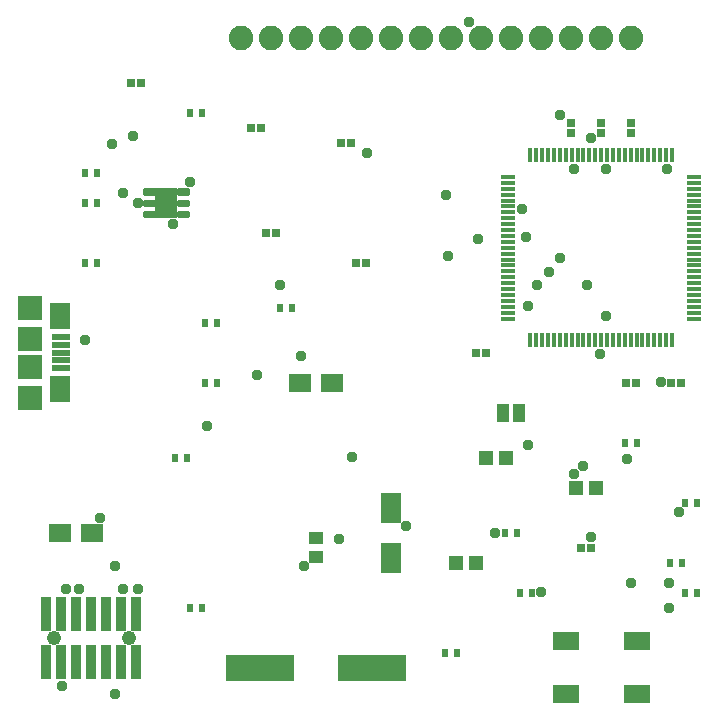
<source format=gbr>
G04 EAGLE Gerber RS-274X export*
G75*
%MOMM*%
%FSLAX34Y34*%
%LPD*%
%INSoldermask Top*%
%IPPOS*%
%AMOC8*
5,1,8,0,0,1.08239X$1,22.5*%
G01*
%ADD10R,1.303200X1.203200*%
%ADD11R,0.553200X0.803200*%
%ADD12R,1.903200X1.503200*%
%ADD13R,0.703200X0.803200*%
%ADD14R,1.203200X1.103200*%
%ADD15R,1.553200X0.603200*%
%ADD16R,1.803200X2.303200*%
%ADD17R,2.103200X2.003200*%
%ADD18R,2.103200X2.103200*%
%ADD19R,0.943200X2.993200*%
%ADD20C,1.223200*%
%ADD21C,2.082800*%
%ADD22R,0.743200X0.803200*%
%ADD23R,0.803200X0.743200*%
%ADD24R,0.763200X0.803200*%
%ADD25R,2.303200X1.603200*%
%ADD26R,1.753200X2.603200*%
%ADD27R,1.300000X0.350000*%
%ADD28R,0.350000X1.300000*%
%ADD29C,0.404144*%
%ADD30R,1.828200X2.568200*%
%ADD31R,5.803200X2.303200*%
%ADD32R,1.003200X1.503200*%
%ADD33C,0.959600*%


D10*
X410600Y241300D03*
X427600Y241300D03*
D11*
X566250Y152400D03*
X576750Y152400D03*
X172550Y304800D03*
X183050Y304800D03*
X375750Y76200D03*
X386250Y76200D03*
X578950Y203200D03*
X589450Y203200D03*
X172550Y355600D03*
X183050Y355600D03*
X439250Y127000D03*
X449750Y127000D03*
X528150Y254000D03*
X538650Y254000D03*
D12*
X253200Y304800D03*
X280200Y304800D03*
D11*
X236050Y368300D03*
X246550Y368300D03*
D12*
X50000Y177800D03*
X77000Y177800D03*
D10*
X486800Y215900D03*
X503800Y215900D03*
D11*
X426550Y177800D03*
X437050Y177800D03*
X159850Y533400D03*
X170350Y533400D03*
D10*
X385200Y152400D03*
X402200Y152400D03*
D11*
X70950Y482600D03*
X81450Y482600D03*
X70950Y457200D03*
X81450Y457200D03*
X70950Y406400D03*
X81450Y406400D03*
X578950Y127000D03*
X589450Y127000D03*
X159850Y114300D03*
X170350Y114300D03*
X147150Y241300D03*
X157650Y241300D03*
D13*
X300300Y406400D03*
X309300Y406400D03*
X224100Y431800D03*
X233100Y431800D03*
X211400Y520700D03*
X220400Y520700D03*
D14*
X266700Y157100D03*
X266700Y173100D03*
D15*
X50800Y330200D03*
X50800Y336700D03*
X50800Y323700D03*
X50800Y343200D03*
X50800Y317200D03*
D16*
X49550Y361200D03*
X49550Y299200D03*
D17*
X24050Y368200D03*
X24050Y292200D03*
D18*
X24050Y342200D03*
X24050Y318200D03*
D19*
X38100Y68550D03*
X38100Y109250D03*
X50800Y68550D03*
X50800Y109250D03*
X63500Y68550D03*
X63500Y109250D03*
X76200Y68550D03*
X76200Y109250D03*
X88900Y68550D03*
X88900Y109250D03*
X101600Y68550D03*
X101600Y109250D03*
X114300Y68550D03*
X114300Y109250D03*
D20*
X44450Y88900D03*
X107950Y88900D03*
D21*
X203200Y596900D03*
X228600Y596900D03*
X254000Y596900D03*
X279400Y596900D03*
X304800Y596900D03*
X330200Y596900D03*
X355600Y596900D03*
X381000Y596900D03*
X406400Y596900D03*
X431800Y596900D03*
X457200Y596900D03*
X482600Y596900D03*
X508000Y596900D03*
X533400Y596900D03*
D22*
X567180Y304800D03*
X575820Y304800D03*
X529080Y304800D03*
X537720Y304800D03*
D23*
X533400Y516380D03*
X533400Y525020D03*
X508000Y516380D03*
X508000Y525020D03*
X482600Y516380D03*
X482600Y525020D03*
D22*
X109980Y558800D03*
X118620Y558800D03*
X402080Y330200D03*
X410720Y330200D03*
X287780Y508000D03*
X296420Y508000D03*
D24*
X490950Y165100D03*
X499650Y165100D03*
D25*
X478000Y86000D03*
X538000Y86000D03*
X478000Y41000D03*
X538000Y41000D03*
D26*
X330200Y156800D03*
X330200Y198800D03*
D27*
X429500Y479100D03*
X429500Y474100D03*
X429500Y469100D03*
X429500Y464100D03*
X429500Y459100D03*
X429500Y454100D03*
X429500Y449100D03*
X429500Y444100D03*
X429500Y439100D03*
X429500Y434100D03*
X429500Y429100D03*
X429500Y424100D03*
X429500Y419100D03*
X429500Y414100D03*
X429500Y409100D03*
X429500Y404100D03*
X429500Y399100D03*
X429500Y394100D03*
X429500Y389100D03*
X429500Y384100D03*
X429500Y379100D03*
X429500Y374100D03*
X429500Y369100D03*
X429500Y364100D03*
X429500Y359100D03*
D28*
X448000Y340600D03*
X453000Y340600D03*
X458000Y340600D03*
X463000Y340600D03*
X468000Y340600D03*
X473000Y340600D03*
X478000Y340600D03*
X483000Y340600D03*
X488000Y340600D03*
X493000Y340600D03*
X498000Y340600D03*
X503000Y340600D03*
X508000Y340600D03*
X513000Y340600D03*
X518000Y340600D03*
X523000Y340600D03*
X528000Y340600D03*
X533000Y340600D03*
X538000Y340600D03*
X543000Y340600D03*
X548000Y340600D03*
X553000Y340600D03*
X558000Y340600D03*
X563000Y340600D03*
X568000Y340600D03*
D27*
X586500Y359100D03*
X586500Y364100D03*
X586500Y369100D03*
X586500Y374100D03*
X586500Y379100D03*
X586500Y384100D03*
X586500Y389100D03*
X586500Y394100D03*
X586500Y399100D03*
X586500Y404100D03*
X586500Y409100D03*
X586500Y414100D03*
X586500Y419100D03*
X586500Y424100D03*
X586500Y429100D03*
X586500Y434100D03*
X586500Y439100D03*
X586500Y444100D03*
X586500Y449100D03*
X586500Y454100D03*
X586500Y459100D03*
X586500Y464100D03*
X586500Y469100D03*
X586500Y474100D03*
X586500Y479100D03*
D28*
X568000Y497600D03*
X563000Y497600D03*
X558000Y497600D03*
X553000Y497600D03*
X548000Y497600D03*
X543000Y497600D03*
X538000Y497600D03*
X533000Y497600D03*
X528000Y497600D03*
X523000Y497600D03*
X518000Y497600D03*
X513000Y497600D03*
X508000Y497600D03*
X503000Y497600D03*
X498000Y497600D03*
X493000Y497600D03*
X488000Y497600D03*
X483000Y497600D03*
X478000Y497600D03*
X473000Y497600D03*
X468000Y497600D03*
X463000Y497600D03*
X458000Y497600D03*
X453000Y497600D03*
X448000Y497600D03*
D29*
X157246Y448696D02*
X150854Y448696D01*
X157246Y448696D02*
X157246Y446704D01*
X150854Y446704D01*
X150854Y448696D01*
X150854Y458196D02*
X157246Y458196D01*
X157246Y456204D01*
X150854Y456204D01*
X150854Y458196D01*
X150854Y467696D02*
X157246Y467696D01*
X157246Y465704D01*
X150854Y465704D01*
X150854Y467696D01*
X128546Y465704D02*
X122154Y465704D01*
X122154Y467696D01*
X128546Y467696D01*
X128546Y465704D01*
X128546Y456204D02*
X122154Y456204D01*
X122154Y458196D01*
X128546Y458196D01*
X128546Y456204D01*
X128546Y446704D02*
X122154Y446704D01*
X122154Y448696D01*
X128546Y448696D01*
X128546Y446704D01*
D30*
X139700Y457200D03*
D31*
X219200Y63500D03*
X314200Y63500D03*
D32*
X424800Y279400D03*
X438800Y279400D03*
D33*
X453390Y387604D03*
X464058Y398272D03*
X112014Y513842D03*
X376936Y464058D03*
X236474Y387604D03*
X444500Y428498D03*
X440944Y451612D03*
X472948Y410718D03*
X574294Y195580D03*
X529844Y240030D03*
X286258Y172466D03*
X456946Y128016D03*
X496062Y387604D03*
X533400Y135128D03*
X55118Y129794D03*
X512064Y485394D03*
X96012Y40894D03*
X115570Y129794D03*
X563626Y485394D03*
X65786Y129794D03*
X71120Y341376D03*
X83566Y190246D03*
X403606Y426720D03*
X378714Y412496D03*
X565404Y135128D03*
X565404Y113792D03*
X103124Y129794D03*
X485394Y227584D03*
X446278Y252476D03*
X446278Y369824D03*
X160020Y474726D03*
X254254Y327152D03*
X499618Y174244D03*
X417830Y177800D03*
X492506Y234696D03*
X96012Y149352D03*
X256032Y149352D03*
X94234Y506730D03*
X115570Y456946D03*
X145796Y439166D03*
X51562Y48006D03*
X343154Y183134D03*
X296926Y241808D03*
X103124Y465836D03*
X174244Y268478D03*
X216916Y311150D03*
X396494Y609854D03*
X485394Y485394D03*
X499618Y512064D03*
X558292Y305816D03*
X506730Y328930D03*
X309372Y499618D03*
X472948Y531622D03*
X512064Y360934D03*
M02*

</source>
